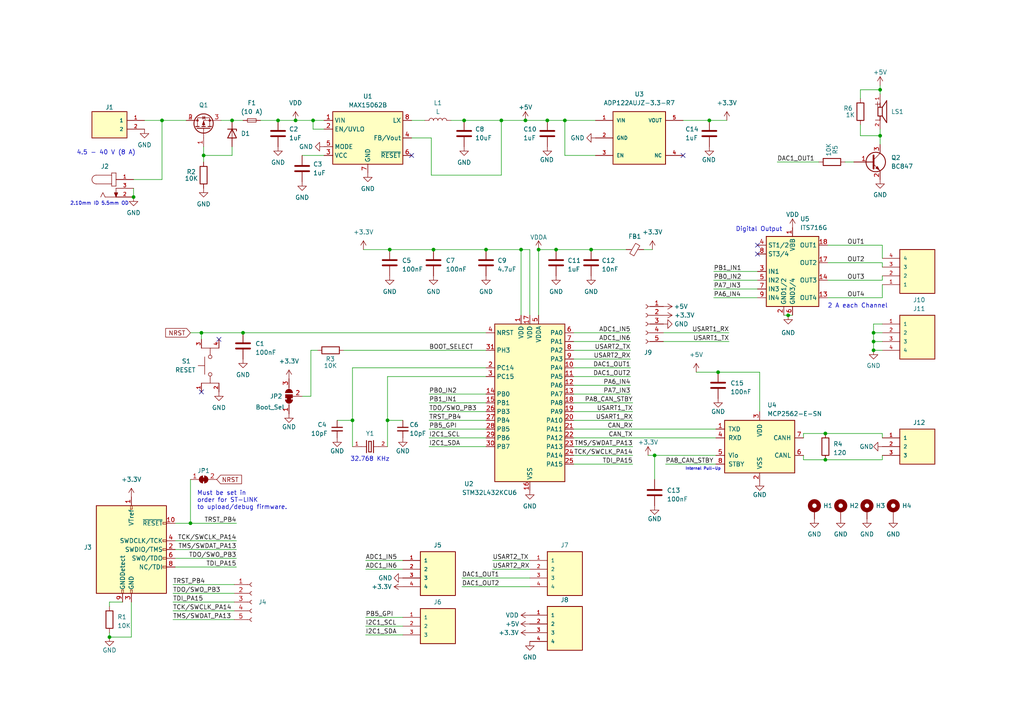
<source format=kicad_sch>
(kicad_sch (version 20230121) (generator eeschema)
  (paper "A4")
  (title_block (title "U-NIT") (date "2023-08-27") (rev "1.0") (company "Harvey Bates"))
  (junction (at 189.865 132.08))
  (junction (at 161.29 72.39))
  (junction (at 80.645 34.925))
  (junction (at 253.365 101.6))
  (junction (at 158.75 34.925))
  (junction (at 253.365 96.52))
  (junction (at 208.28 107.95))
  (junction (at 58.42 96.52))
  (junction (at 38.735 57.15))
  (junction (at 152.4 34.925))
  (junction (at 70.485 96.52))
  (junction (at 239.395 133.35))
  (junction (at 163.83 34.925))
  (junction (at 31.75 184.785))
  (junction (at 125.73 72.39))
  (junction (at 90.805 34.925))
  (junction (at 171.45 72.39))
  (junction (at 46.99 34.925))
  (junction (at 113.03 72.39))
  (junction (at 67.31 34.925))
  (junction (at 112.395 121.92))
  (junction (at 59.055 45.085))
  (junction (at 255.27 26.035))
  (junction (at 239.395 125.73))
  (junction (at 134.62 34.925))
  (junction (at 102.235 121.92))
  (junction (at 156.21 72.39))
  (junction (at 85.725 34.925))
  (junction (at 151.13 72.39))
  (junction (at 145.415 34.925))
  (junction (at 140.97 72.39))
  (junction (at 228.6 91.44))
  (junction (at 205.74 34.925))
  (junction (at 253.365 99.06))
  (junction (at 55.245 151.765))
  (junction (at 255.27 39.37))
  (no_connect (at 219.71 73.66))
  (no_connect (at 63.5 98.425))
  (no_connect (at 119.38 45.085))
  (no_connect (at 219.71 71.12))
  (no_connect (at 58.42 113.665))
  (no_connect (at 198.12 45.085))
  (wire (pts (xy 64.135 34.925) (xy 67.31 34.925)))
  (wire (pts (xy 161.29 72.39) (xy 171.45 72.39)))
  (wire (pts (xy 207.01 78.74) (xy 219.71 78.74)))
  (wire (pts (xy 106.045 179.07) (xy 116.84 179.07)))
  (wire (pts (xy 166.37 127) (xy 207.645 127)))
  (wire (pts (xy 239.395 125.73) (xy 255.905 125.73)))
  (wire (pts (xy 124.46 124.46) (xy 140.97 124.46)))
  (wire (pts (xy 75.565 34.925) (xy 80.645 34.925)))
  (wire (pts (xy 133.985 170.18) (xy 153.67 170.18)))
  (wire (pts (xy 207.01 83.82) (xy 219.71 83.82)))
  (wire (pts (xy 58.42 96.52) (xy 58.42 98.425)))
  (wire (pts (xy 253.365 99.06) (xy 253.365 101.6)))
  (wire (pts (xy 46.99 34.925) (xy 53.975 34.925)))
  (wire (pts (xy 119.38 40.005) (xy 125.095 40.005)))
  (wire (pts (xy 240.03 76.2) (xy 255.905 76.2)))
  (wire (pts (xy 85.725 34.925) (xy 90.805 34.925)))
  (wire (pts (xy 41.91 34.925) (xy 46.99 34.925)))
  (wire (pts (xy 134.62 34.925) (xy 145.415 34.925)))
  (wire (pts (xy 163.83 45.085) (xy 163.83 34.925)))
  (wire (pts (xy 158.75 34.925) (xy 163.83 34.925)))
  (wire (pts (xy 253.365 93.98) (xy 253.365 96.52)))
  (wire (pts (xy 205.74 34.925) (xy 210.82 34.925)))
  (wire (pts (xy 50.8 156.845) (xy 68.58 156.845)))
  (wire (pts (xy 59.055 45.085) (xy 59.055 46.99)))
  (wire (pts (xy 249.555 28.575) (xy 249.555 26.035)))
  (wire (pts (xy 166.37 134.62) (xy 183.515 134.62)))
  (wire (pts (xy 112.395 109.22) (xy 140.97 109.22)))
  (wire (pts (xy 102.235 129.54) (xy 102.235 121.92)))
  (wire (pts (xy 112.395 121.92) (xy 112.395 109.22)))
  (wire (pts (xy 125.095 50.8) (xy 145.415 50.8)))
  (wire (pts (xy 166.37 119.38) (xy 183.515 119.38)))
  (wire (pts (xy 156.21 72.39) (xy 156.21 91.44)))
  (wire (pts (xy 166.37 111.76) (xy 182.88 111.76)))
  (wire (pts (xy 50.8 151.765) (xy 55.245 151.765)))
  (wire (pts (xy 50.165 169.545) (xy 67.945 169.545)))
  (wire (pts (xy 166.37 116.84) (xy 183.515 116.84)))
  (wire (pts (xy 31.75 183.515) (xy 31.75 184.785)))
  (wire (pts (xy 233.045 132.08) (xy 233.045 133.35)))
  (wire (pts (xy 233.045 125.73) (xy 239.395 125.73)))
  (wire (pts (xy 189.865 132.08) (xy 207.645 132.08)))
  (wire (pts (xy 166.37 132.08) (xy 183.515 132.08)))
  (wire (pts (xy 233.045 133.35) (xy 239.395 133.35)))
  (wire (pts (xy 50.165 174.625) (xy 67.945 174.625)))
  (wire (pts (xy 249.555 26.035) (xy 255.27 26.035)))
  (wire (pts (xy 240.03 86.36) (xy 255.905 86.36)))
  (wire (pts (xy 166.37 124.46) (xy 207.645 124.46)))
  (wire (pts (xy 253.365 96.52) (xy 253.365 99.06)))
  (wire (pts (xy 50.165 179.705) (xy 67.945 179.705)))
  (wire (pts (xy 50.8 159.385) (xy 68.58 159.385)))
  (wire (pts (xy 198.12 34.925) (xy 205.74 34.925)))
  (wire (pts (xy 145.415 34.925) (xy 145.415 50.8)))
  (wire (pts (xy 192.405 99.06) (xy 211.455 99.06)))
  (wire (pts (xy 102.235 106.68) (xy 102.235 121.92)))
  (wire (pts (xy 119.38 34.925) (xy 123.19 34.925)))
  (wire (pts (xy 249.555 39.37) (xy 255.27 39.37)))
  (wire (pts (xy 201.93 107.95) (xy 208.28 107.95)))
  (wire (pts (xy 124.46 114.3) (xy 140.97 114.3)))
  (wire (pts (xy 227.33 91.44) (xy 228.6 91.44)))
  (wire (pts (xy 113.03 72.39) (xy 125.73 72.39)))
  (wire (pts (xy 38.735 52.07) (xy 46.99 52.07)))
  (wire (pts (xy 240.03 81.28) (xy 255.905 81.28)))
  (wire (pts (xy 255.27 26.035) (xy 255.27 27.305)))
  (wire (pts (xy 186.69 72.39) (xy 189.23 72.39)))
  (wire (pts (xy 106.045 165.1) (xy 116.84 165.1)))
  (wire (pts (xy 70.485 96.52) (xy 140.97 96.52)))
  (wire (pts (xy 106.045 162.56) (xy 116.84 162.56)))
  (wire (pts (xy 255.905 82.55) (xy 255.905 86.36)))
  (wire (pts (xy 50.8 161.925) (xy 68.58 161.925)))
  (wire (pts (xy 58.42 96.52) (xy 70.485 96.52)))
  (wire (pts (xy 31.75 174.625) (xy 31.75 175.895)))
  (wire (pts (xy 163.83 34.925) (xy 172.72 34.925)))
  (wire (pts (xy 38.1 184.785) (xy 38.1 174.625)))
  (wire (pts (xy 208.28 107.95) (xy 220.345 107.95)))
  (wire (pts (xy 255.27 24.765) (xy 255.27 26.035)))
  (wire (pts (xy 50.165 172.085) (xy 67.945 172.085)))
  (wire (pts (xy 240.03 71.12) (xy 255.905 71.12)))
  (wire (pts (xy 166.37 104.14) (xy 182.88 104.14)))
  (wire (pts (xy 255.905 71.12) (xy 255.905 74.93)))
  (wire (pts (xy 90.17 101.6) (xy 92.075 101.6)))
  (wire (pts (xy 87.63 45.085) (xy 93.98 45.085)))
  (wire (pts (xy 124.46 121.92) (xy 140.97 121.92)))
  (wire (pts (xy 249.555 36.195) (xy 249.555 39.37)))
  (wire (pts (xy 112.395 129.54) (xy 112.395 121.92)))
  (wire (pts (xy 124.46 119.38) (xy 140.97 119.38)))
  (wire (pts (xy 133.985 167.64) (xy 153.67 167.64)))
  (wire (pts (xy 255.905 125.73) (xy 255.905 127)))
  (wire (pts (xy 166.37 109.22) (xy 182.88 109.22)))
  (wire (pts (xy 193.04 134.62) (xy 207.645 134.62)))
  (wire (pts (xy 125.73 72.39) (xy 140.97 72.39)))
  (wire (pts (xy 31.75 184.785) (xy 38.1 184.785)))
  (wire (pts (xy 151.13 72.39) (xy 151.13 91.44)))
  (wire (pts (xy 50.165 177.165) (xy 67.945 177.165)))
  (wire (pts (xy 102.235 106.68) (xy 140.97 106.68)))
  (wire (pts (xy 124.46 129.54) (xy 140.97 129.54)))
  (wire (pts (xy 255.905 93.98) (xy 253.365 93.98)))
  (wire (pts (xy 255.905 77.47) (xy 255.905 76.2)))
  (wire (pts (xy 239.395 133.35) (xy 255.905 133.35)))
  (wire (pts (xy 166.37 99.06) (xy 182.88 99.06)))
  (wire (pts (xy 166.37 121.92) (xy 183.515 121.92)))
  (wire (pts (xy 166.37 129.54) (xy 183.515 129.54)))
  (wire (pts (xy 124.46 127) (xy 140.97 127)))
  (wire (pts (xy 97.79 121.92) (xy 102.235 121.92)))
  (wire (pts (xy 106.045 181.61) (xy 116.84 181.61)))
  (wire (pts (xy 35.56 174.625) (xy 31.75 174.625)))
  (wire (pts (xy 50.8 164.465) (xy 68.58 164.465)))
  (wire (pts (xy 171.45 72.39) (xy 181.61 72.39)))
  (wire (pts (xy 152.4 34.925) (xy 158.75 34.925)))
  (wire (pts (xy 245.11 46.99) (xy 247.65 46.99)))
  (wire (pts (xy 140.97 72.39) (xy 151.13 72.39)))
  (wire (pts (xy 90.805 34.925) (xy 93.98 34.925)))
  (wire (pts (xy 156.21 72.39) (xy 161.29 72.39)))
  (wire (pts (xy 172.72 45.085) (xy 163.83 45.085)))
  (wire (pts (xy 255.27 39.37) (xy 255.27 41.91)))
  (wire (pts (xy 87.63 114.935) (xy 90.17 114.935)))
  (wire (pts (xy 255.905 80.01) (xy 255.905 81.28)))
  (wire (pts (xy 207.01 81.28) (xy 219.71 81.28)))
  (wire (pts (xy 192.405 96.52) (xy 211.455 96.52)))
  (wire (pts (xy 255.905 133.35) (xy 255.905 132.08)))
  (wire (pts (xy 106.045 184.15) (xy 116.84 184.15)))
  (wire (pts (xy 166.37 114.3) (xy 182.88 114.3)))
  (wire (pts (xy 153.67 72.39) (xy 151.13 72.39)))
  (wire (pts (xy 59.055 42.545) (xy 59.055 45.085)))
  (wire (pts (xy 142.875 165.1) (xy 153.67 165.1)))
  (wire (pts (xy 125.095 40.005) (xy 125.095 50.8)))
  (wire (pts (xy 225.425 46.99) (xy 237.49 46.99)))
  (wire (pts (xy 207.01 86.36) (xy 219.71 86.36)))
  (wire (pts (xy 105.41 72.39) (xy 113.03 72.39)))
  (wire (pts (xy 93.98 37.465) (xy 90.805 37.465)))
  (wire (pts (xy 55.245 139.065) (xy 55.245 151.765)))
  (wire (pts (xy 255.27 37.465) (xy 255.27 39.37)))
  (wire (pts (xy 90.805 37.465) (xy 90.805 34.925)))
  (wire (pts (xy 55.245 96.52) (xy 58.42 96.52)))
  (wire (pts (xy 166.37 106.68) (xy 182.88 106.68)))
  (wire (pts (xy 80.645 34.925) (xy 85.725 34.925)))
  (wire (pts (xy 55.245 151.765) (xy 68.58 151.765)))
  (wire (pts (xy 130.81 34.925) (xy 134.62 34.925)))
  (wire (pts (xy 228.6 91.44) (xy 229.87 91.44)))
  (wire (pts (xy 166.37 101.6) (xy 182.88 101.6)))
  (wire (pts (xy 90.17 101.6) (xy 90.17 114.935)))
  (wire (pts (xy 38.735 54.61) (xy 38.735 57.15)))
  (wire (pts (xy 255.905 99.06) (xy 253.365 99.06)))
  (wire (pts (xy 112.395 121.92) (xy 116.84 121.92)))
  (wire (pts (xy 153.67 72.39) (xy 153.67 91.44)))
  (wire (pts (xy 187.96 132.08) (xy 189.865 132.08)))
  (wire (pts (xy 67.31 34.925) (xy 70.485 34.925)))
  (wire (pts (xy 124.46 116.84) (xy 140.97 116.84)))
  (wire (pts (xy 189.865 132.08) (xy 189.865 139.065)))
  (wire (pts (xy 67.31 42.545) (xy 67.31 45.085)))
  (wire (pts (xy 46.99 52.07) (xy 46.99 34.925)))
  (wire (pts (xy 255.905 96.52) (xy 253.365 96.52)))
  (wire (pts (xy 253.365 101.6) (xy 255.905 101.6)))
  (wire (pts (xy 220.345 119.38) (xy 220.345 107.95)))
  (wire (pts (xy 233.045 127) (xy 233.045 125.73)))
  (wire (pts (xy 59.055 45.085) (xy 67.31 45.085)))
  (wire (pts (xy 145.415 34.925) (xy 152.4 34.925)))
  (wire (pts (xy 166.37 96.52) (xy 182.88 96.52)))
  (wire (pts (xy 99.695 101.6) (xy 140.97 101.6)))
  (wire (pts (xy 142.875 162.56) (xy 153.67 162.56)))
  (text "Internal Pull-Up" (at 198.755 136.525 0) (effects (font (size 0.8 0.8)) (justify left bottom)))
  (text "Digital Output" (at 213.36 67.31 0) (effects (font (size 1.27 1.27)) (justify left bottom)))
  (text "2 A each Channel" (at 240.03 89.535 0) (effects (font (size 1.27 1.27)) (justify left bottom)))
  (text "32.768 KHz" (at 113.03 133.985 0) (effects (font (size 1.27 1.27)) (justify right bottom)))
  (text "2.10mm ID 5.5mm OD" (at 20.32 59.69 0) (effects (font (size 1 1)) (justify left bottom)))
  (text "Must be set in \norder for ST-LINK \nto upload/debug firmware." (at 57.15 147.955 0) (effects (font (size 1.27 1.27)) (justify left bottom)))
  (text "4.5 - 40 V (8 A)" (at 22.225 45.085 0) (effects (font (size 1.27 1.27)) (justify left bottom)))
  (label "USART1_TX" (at 211.455 99.06 180))
  (label "TDI_PA15" (at 183.515 134.62 180))
  (label "I2C1_SCL" (at 124.46 127 0))
  (label "PB0_IN2" (at 124.46 114.3 0))
  (label "PA6_IN4" (at 182.88 111.76 180))
  (label "PA6_IN4" (at 207.01 86.36 0))
  (label "TMS{slash}SWDAT_PA13" (at 50.165 179.705 0))
  (label "USART1_RX" (at 183.515 121.92 180))
  (label "DAC1_OUT2" (at 133.985 170.18 0))
  (label "USART1_TX" (at 183.515 119.38 180))
  (label "TDO{slash}SWO_PB3" (at 50.165 172.085 0))
  (label "PA7_IN3" (at 182.88 114.3 180))
  (label "TRST_PB4" (at 50.165 169.545 0))
  (label "USART2_RX" (at 142.875 165.1 0))
  (label "I2C1_SDA" (at 124.46 129.54 0))
  (label "USART2_TX" (at 182.88 101.6 180))
  (label "TRST_PB4" (at 68.58 151.765 180))
  (label "PB1_IN1" (at 124.46 116.84 0))
  (label "TCK{slash}SWCLK_PA14" (at 183.515 132.08 180))
  (label "PB1_IN1" (at 207.01 78.74 0))
  (label "TDI_PA15" (at 50.165 174.625 0))
  (label "DAC1_OUT2" (at 182.88 109.22 180))
  (label "DAC1_OUT1" (at 182.88 106.68 180))
  (label "PA8_CAN_STBY" (at 183.515 116.84 180))
  (label "PB5_GPI" (at 124.46 124.46 0))
  (label "DAC1_OUT1" (at 225.425 46.99 0))
  (label "I2C1_SDA" (at 106.045 184.15 0))
  (label "ADC1_IN5" (at 106.045 162.56 0))
  (label "CAN_RX" (at 183.515 124.46 180))
  (label "PB0_IN2" (at 207.01 81.28 0))
  (label "USART1_RX" (at 211.455 96.52 180))
  (label "TCK{slash}SWCLK_PA14" (at 68.58 156.845 180))
  (label "TDO{slash}SWO_PB3" (at 68.58 161.925 180))
  (label "TDO{slash}SWO_PB3" (at 124.46 119.38 0))
  (label "TDI_PA15" (at 68.58 164.465 180))
  (label "PB5_GPI" (at 106.045 179.07 0))
  (label "OUT3" (at 245.745 81.28 0))
  (label "OUT2" (at 245.745 76.2 0))
  (label "CAN_TX" (at 183.515 127 180))
  (label "OUT4" (at 245.745 86.36 0))
  (label "PA8_CAN_STBY" (at 193.04 134.62 0))
  (label "TMS{slash}SWDAT_PA13" (at 183.515 129.54 180))
  (label "OUT1" (at 245.745 71.12 0))
  (label "TRST_PB4" (at 124.46 121.92 0))
  (label "BOOT_SELECT" (at 124.46 101.6 0))
  (label "ADC1_IN6" (at 182.88 99.06 180))
  (label "USART2_TX" (at 142.875 162.56 0))
  (label "TMS{slash}SWDAT_PA13" (at 68.58 159.385 180))
  (label "ADC1_IN6" (at 106.045 165.1 0))
  (label "USART2_RX" (at 182.88 104.14 180))
  (label "ADC1_IN5" (at 182.88 96.52 180))
  (label "I2C1_SCL" (at 106.045 181.61 0))
  (label "TCK{slash}SWCLK_PA14" (at 50.165 177.165 0))
  (label "DAC1_OUT1" (at 133.985 167.64 0))
  (label "PA7_IN3" (at 207.01 83.82 0))
  (global_label "NRST" (shape input) (at 62.865 139.065 0) (property "Intersheetrefs" "${INTERSHEET_REFS}" (effects hide)))
  (global_label "NRST" (shape input) (at 55.245 96.52 180) (property "Intersheetrefs" "${INTERSHEET_REFS}" (effects hide)))
  (symbol (lib_id "power:GND") (at 116.84 167.64 270) (unit 1)
    (property "Reference" "#PWR019" (effects hide))
    (property "Value" "GND" (at 111.76 167.64 90))
  )
  (symbol (lib_id "Jumper:SolderJumper_3_Bridged12") (at 83.82 114.935 90) (unit 1)
    (property "Reference" "JP2" (at 81.915 114.935 90) (effects (justify left)))
    (property "Value" "Boot_Sel" (at 82.55 118.11 90) (effects (justify left)))
    (property "Footprint" "Jumper:SolderJumper-3_P1.3mm_Bridged12_Pad1.0x1.5mm_NumberLabels" (effects hide))
  )
  (symbol (lib_id "Device:C") (at 87.63 48.895 0) (unit 1)
    (property "Reference" "C3" (at 90.805 47.625 0) (effects (justify left)))
    (property "Value" "1uF" (at 90.805 50.165 0) (effects (justify left)))
    (property "Footprint" "Capacitor_SMD:C_0805_2012Metric" (effects hide))
  )
  (symbol (lib_id "power:+3.3V") (at 189.23 72.39 0) (unit 1)
    (property "Reference" "#PWR036" (effects hide))
    (property "Value" "+3.3V" (at 189.23 67.31 0))
  )
  (symbol (lib_id "Device:Fuse_Small") (at 73.025 34.925 180) (unit 1)
    (property "Reference" "F1" (at 73.025 29.845 0))
    (property "Value" "(10 A)" (at 73.025 32.385 0))
    (property "Footprint" "fuses:0154010.DRL" (effects hide))
    (property "Part" "0154010.DRL" (effects hide))
  )
  (symbol (lib_id "Device:R") (at 241.3 46.99 90) (unit 1)
    (property "Reference" "R5" (at 242.2525 44.7675 0) (effects (justify left)))
    (property "Value" "10K" (at 240.3475 45.4025 0) (effects (justify left)))
    (property "Footprint" "Resistor_SMD:R_0805_2012Metric" (effects hide))
  )
  (symbol (lib_id "connectors:TBP02R2-381-03BE") (at 127 181.61 0) (unit 1)
    (property "Reference" "J6" (at 125.73 174.625 0) (effects (justify left)))
    (property "Value" "TBP02R2-381-03BE" (effects hide))
    (property "Footprint" "connectors:TBP02R2-381-03BE" (effects hide))
    (property "MF" "CUI Devices" (effects hide))
    (property "Description" "2~24 Poles, Pluggable, Receptacle, Vertical, 3.81 Pitch, Terminal Block Connector" (effects hide))
    (property "Package" "None" (effects hide))
    (property "Price" "None" (effects hide))
    (property "Check_prices" "https://www.snapeda.com/parts/TBP02R2-381-03BE/CUI+Devices/view-part/?ref=eda" (effects hide))
    (property "STANDARD" "Manufacturer Recommendations" (effects hide))
    (property "SnapEDA_Link" "https://www.snapeda.com/parts/TBP02R2-381-03BE/CUI+Devices/view-part/?ref=snap" (effects hide))
    (property "MP" "TBP02R2-381-03BE" (effects hide))
    (property "Purchase-URL" "https://pricing.snapeda.com/search?q=TBP02R2-381-03BE&ref=eda" (effects hide))
    (property "CUI_purchase_URL" "https://www.cuidevices.com/product/interconnect/connectors/terminal-blocks/tbp02r2-381-series?utm_source=snapeda.com&utm_medium=referral&utm_campaign=snapedaBOM" (effects hide))
    (property "Availability" "In Stock" (effects hide))
    (property "MANUFACTURER" "CUI" (effects hide))
  )
  (symbol (lib_id "Regulator_Switching:MAX15062B") (at 106.68 40.005 0) (unit 1)
    (property "Reference" "U1" (at 106.68 27.94 0))
    (property "Value" "MAX15062B" (at 106.68 30.48 0))
    (property "Footprint" "Package_DFN_QFN:DFN-8_2x2mm_P0.5mm" (effects hide))
    (property "Datasheet" "http://datasheets.maximintegrated.com/en/ds/MAX15062.pdf" (effects hide))
  )
  (symbol (lib_id "Mechanical:MountingHole_Pad") (at 259.08 147.955 0) (unit 1)
    (property "Reference" "H4" (at 261.62 146.685 0) (effects (justify left)))
    (property "Value" "MountingHole_Pad" (effects hide))
    (property "Footprint" "MountingHole:MountingHole_3.2mm_M3_Pad_TopBottom" (effects hide))
  )
  (symbol (lib_id "power:GND") (at 70.485 104.14 0) (unit 1)
    (property "Reference" "#PWR07" (effects hide))
    (property "Value" "GND" (at 70.485 108.712 0))
  )
  (symbol (lib_id "power:GND") (at 63.5 113.665 0) (unit 1)
    (property "Reference" "#PWR06" (effects hide))
    (property "Value" "GND" (at 63.5 118.237 0))
  )
  (symbol (lib_id "power:GND") (at 31.75 184.785 0) (unit 1)
    (property "Reference" "#PWR01" (effects hide))
    (property "Value" "GND" (at 31.75 188.595 0))
  )
  (symbol (lib_id "power:GND") (at 171.45 80.01 0) (unit 1)
    (property "Reference" "#PWR033" (effects hide))
    (property "Value" "GND" (at 171.45 84.582 0))
  )
  (symbol (lib_id "Device:C") (at 208.28 111.76 0) (unit 1)
    (property "Reference" "C15" (at 211.836 111.125 0) (effects (justify left)))
    (property "Value" "100nF" (at 211.836 113.665 0) (effects (justify left)))
    (property "Footprint" "Capacitor_SMD:C_0805_2012Metric" (effects hide))
  )
  (symbol (lib_id "power:GND") (at 208.28 115.57 0) (unit 1)
    (property "Reference" "#PWR043" (effects hide))
    (property "Value" "GND" (at 208.28 119.38 0))
  )
  (symbol (lib_id "power:GND") (at 243.84 150.495 0) (unit 1)
    (property "Reference" "#PWR049" (effects hide))
    (property "Value" "GND" (at 243.84 154.94 0))
  )
  (symbol (lib_id "connectors:TBP02R2-381-04BE") (at 163.83 183.515 0) (unit 1)
    (property "Reference" "J8" (at 162.56 173.99 0) (effects (justify left)))
    (property "Value" "TBP02R2-381-04BE" (effects hide))
    (property "Footprint" "connectors:TBP02R2-381-04BE" (effects hide))
    (property "MF" "CUI Devices" (effects hide))
    (property "Description" "2~24 Poles, Pluggable, Receptacle, Vertical, 3.81 Pitch, Terminal Block Connector" (effects hide))
    (property "Package" "None" (effects hide))
    (property "Price" "None" (effects hide))
    (property "Check_prices" "https://www.snapeda.com/parts/TBP02R2-381-04BE/CUI+Devices/view-part/?ref=eda" (effects hide))
    (property "STANDARD" "Manufacturer Recommendations" (effects hide))
    (property "SnapEDA_Link" "https://www.snapeda.com/parts/TBP02R2-381-04BE/CUI+Devices/view-part/?ref=snap" (effects hide))
    (property "MP" "TBP02R2-381-04BE" (effects hide))
    (property "Purchase-URL" "https://pricing.snapeda.com/search?q=TBP02R2-381-04BE&ref=eda" (effects hide))
    (property "CUI_purchase_URL" "https://www.cuidevices.com/product/interconnect/connectors/terminal-blocks/tbp02r2-381-series?utm_source=snapeda.com&utm_medium=referral&utm_campaign=snapedaBOM" (effects hide))
    (property "Availability" "In Stock" (effects hide))
    (property "MANUFACTURER" "CUI" (effects hide))
  )
  (symbol (lib_id "power:+3.3V") (at 83.82 109.855 0) (unit 1)
    (property "Reference" "#PWR09" (effects hide))
    (property "Value" "+3.3V" (at 83.82 104.775 0))
  )
  (symbol (lib_id "power:GND") (at 255.905 129.54 270) (unit 1)
    (property "Reference" "#PWR054" (effects hide))
    (property "Value" "GND" (at 253.365 129.54 90) (effects (justify right)))
  )
  (symbol (lib_id "power:GND") (at 220.345 139.7 0) (unit 1)
    (property "Reference" "#PWR045" (effects hide))
    (property "Value" "GND" (at 220.345 143.51 0))
  )
  (symbol (lib_id "power:GND") (at 59.055 54.61 0) (unit 1)
    (property "Reference" "#PWR05" (effects hide))
    (property "Value" "GND" (at 59.055 59.182 0))
  )
  (symbol (lib_id "Device:C") (at 205.74 38.735 0) (unit 1)
    (property "Reference" "C14" (at 198.755 37.465 0) (effects (justify left)))
    (property "Value" "1uF" (at 198.755 40.005 0) (effects (justify left)))
    (property "Footprint" "Capacitor_SMD:C_0805_2012Metric" (effects hide))
  )
  (symbol (lib_id "power:GND") (at 153.67 186.055 0) (unit 1)
    (property "Reference" "#PWR029" (effects hide))
    (property "Value" "GND" (at 153.67 190.627 0))
  )
  (symbol (lib_id "Mechanical:MountingHole_Pad") (at 236.22 147.955 0) (unit 1)
    (property "Reference" "H1" (at 238.76 146.685 0) (effects (justify left)))
    (property "Value" "MountingHole_Pad" (effects hide))
    (property "Footprint" "MountingHole:MountingHole_3.2mm_M3_Pad_TopBottom" (effects hide))
  )
  (symbol (lib_id "crystals:ECS-.327-12.5-34R-C-TR") (at 107.315 129.54 0) (unit 1)
    (property "Reference" "Y1" (at 108.585 125.73 0) (effects (justify right)))
    (property "Value" "ECS-.327-12.5-34R-C-TR" (effects hide))
    (property "Footprint" "crystals:ECS-.327-12.5-34R-C-TR" (effects hide))
    (property "MF" "ECS Inc." (effects hide))
    (property "Description" "\n32.768 kHz ±10ppm Crystal 12.5pF 50 kOhms 2-SMD, No Lead\n" (effects hide))
    (property "Package" "SMD-2 ECS International" (effects hide))
    (property "Price" "None" (effects hide))
    (property "Check_prices" "https://www.snapeda.com/parts/ECS-.327-12.5-34R-C-TR/ECS+Inc./view-part/?ref=eda" (effects hide))
    (property "STANDARD" "Manufacturer Recommendation" (effects hide))
    (property "PARTREV" "2016" (effects hide))
    (property "SnapEDA_Link" "https://www.snapeda.com/parts/ECS-.327-12.5-34R-C-TR/ECS+Inc./view-part/?ref=snap" (effects hide))
    (property "MP" "ECS-.327-12.5-34R-C-TR" (effects hide))
    (property "Purchase-URL" "https://pricing.snapeda.com/search?q=ECS-.327-12.5-34R-C-TR&ref=eda" (effects hide))
    (property "Availability" "In Stock" (effects hide))
    (property "MANUFACTURER" "ECS Inc." (effects hide))
  )
  (symbol (lib_id "Mechanical:MountingHole_Pad") (at 243.84 147.955 0) (unit 1)
    (property "Reference" "H2" (at 246.38 146.685 0) (effects (justify left)))
    (property "Value" "MountingHole_Pad" (effects hide))
    (property "Footprint" "MountingHole:MountingHole_3.2mm_M3_Pad_TopBottom" (effects hide))
  )
  (symbol (lib_id "connectors:TBP02R2-381-04BE") (at 266.065 99.06 0) (unit 1)
    (property "Reference" "J11" (at 264.795 89.535 0) (effects (justify left)))
    (property "Value" "TBP02R2-381-04BE" (effects hide))
    (property "Footprint" "connectors:TBP02R2-381-04BE" (effects hide))
    (property "MF" "CUI Devices" (effects hide))
    (property "Description" "2~24 Poles, Pluggable, Receptacle, Vertical, 3.81 Pitch, Terminal Block Connector" (effects hide))
    (property "Package" "None" (effects hide))
    (property "Price" "None" (effects hide))
    (property "Check_prices" "https://www.snapeda.com/parts/TBP02R2-381-04BE/CUI+Devices/view-part/?ref=eda" (effects hide))
    (property "STANDARD" "Manufacturer Recommendations" (effects hide))
    (property "SnapEDA_Link" "https://www.snapeda.com/parts/TBP02R2-381-04BE/CUI+Devices/view-part/?ref=snap" (effects hide))
    (property "MP" "TBP02R2-381-04BE" (effects hide))
    (property "Purchase-URL" "https://pricing.snapeda.com/search?q=TBP02R2-381-04BE&ref=eda" (effects hide))
    (property "CUI_purchase_URL" "https://www.cuidevices.com/product/interconnect/connectors/terminal-blocks/tbp02r2-381-series?utm_source=snapeda.com&utm_medium=referral&utm_campaign=snapedaBOM" (effects hide))
    (property "Availability" "In Stock" (effects hide))
    (property "MANUFACTURER" "CUI" (effects hide))
  )
  (symbol (lib_id "power:+3.3V") (at 105.41 72.39 0) (unit 1)
    (property "Reference" "#PWR015" (effects hide))
    (property "Value" "+3.3V" (at 105.41 67.31 0))
  )
  (symbol (lib_id "power:GND") (at 106.68 50.165 0) (unit 1)
    (property "Reference" "#PWR016" (effects hide))
    (property "Value" "GND" (at 106.68 54.737 0))
  )
  (symbol (lib_id "Device:C") (at 158.75 38.735 0) (unit 1)
    (property "Reference" "C10" (at 151.765 37.465 0) (effects (justify left)))
    (property "Value" "1uF" (at 151.765 40.005 0) (effects (justify left)))
    (property "Footprint" "Capacitor_SMD:C_0805_2012Metric" (effects hide))
  )
  (symbol (lib_id "power:GND") (at 93.98 42.545 270) (unit 1)
    (property "Reference" "#PWR013" (effects hide))
    (property "Value" "GND" (at 90.805 42.545 90) (effects (justify right)))
  )
  (symbol (lib_id "MCU_ST_STM32L4:STM32L432KCUx") (at 153.67 116.84 0) (unit 1)
    (property "Reference" "U2" (at 134.62 140.335 0) (effects (justify left)))
    (property "Value" "STM32L432KCU6" (at 133.985 142.875 0) (effects (justify left)))
    (property "Footprint" "Package_DFN_QFN:QFN-32-1EP_5x5mm_P0.5mm_EP3.45x3.45mm" (effects hide))
    (property "Datasheet" "https://www.st.com/resource/en/datasheet/stm32l432kc.pdf" (effects hide))
  )
  (symbol (lib_id "Device:C") (at 125.73 76.2 0) (unit 1)
    (property "Reference" "C7" (at 129.286 75.565 0) (effects (justify left)))
    (property "Value" "100nF" (at 129.286 78.105 0) (effects (justify left)))
    (property "Footprint" "Capacitor_SMD:C_0805_2012Metric" (effects hide))
  )
  (symbol (lib_id "power:GND") (at 87.63 52.705 0) (unit 1)
    (property "Reference" "#PWR012" (effects hide))
    (property "Value" "GND" (at 87.63 57.277 0))
  )
  (symbol (lib_id "power:GND") (at 97.79 127 0) (unit 1)
    (property "Reference" "#PWR014" (effects hide))
    (property "Value" "GND" (at 97.79 130.81 0))
  )
  (symbol (lib_id "power:GND") (at 125.73 80.01 0) (unit 1)
    (property "Reference" "#PWR021" (effects hide))
    (property "Value" "GND" (at 125.73 84.582 0))
  )
  (symbol (lib_id "power:GND") (at 192.405 93.98 90) (unit 1)
    (property "Reference" "#PWR040" (effects hide))
    (property "Value" "GND" (at 195.58 93.98 90) (effects (justify right)))
  )
  (symbol (lib_id "connectors:PJ-002A") (at 33.655 54.61 0) (unit 1)
    (property "Reference" "J2" (at 30.4192 48.26 0))
    (property "Value" "PJ-002A" (effects hide))
    (property "Footprint" "connectors:PJ-002A" (effects hide))
    (property "MF" "CUI Devices" (effects hide))
    (property "Description" "2.0 x 6.5 mm, 2.5 A, Horizontal, Through Hole, Dc Power Jack Connector" (effects hide))
    (property "Package" "None" (effects hide))
    (property "Price" "None" (effects hide))
    (property "Check_prices" "https://www.snapeda.com/parts/PJ-002A/CUI+Devices/view-part/?ref=eda" (effects hide))
    (property "STANDARD" "Manufacturer recommendations" (effects hide))
    (property "SnapEDA_Link" "https://www.snapeda.com/parts/PJ-002A/CUI+Devices/view-part/?ref=snap" (effects hide))
    (property "MP" "PJ-002A" (effects hide))
    (property "Purchase-URL" "https://pricing.snapeda.com/search?q=PJ-002A&ref=eda" (effects hide))
    (property "CUI_purchase_URL" "https://www.cuidevices.com/product/interconnect/connectors/dc-power-connectors/jacks/pj-002a?utm_source=snapeda.com&utm_medium=referral&utm_campaign=snapedaBOM" (effects hide))
    (property "Availability" "In Stock" (effects hide))
    (property "MANUFACTURER" "CUI INC" (effects hide))
  )
  (symbol (lib_id "power:GND") (at 255.27 52.07 0) (unit 1)
    (property "Reference" "#PWR053" (effects hide))
    (property "Value" "GND" (at 255.27 56.515 0))
  )
  (symbol (lib_id "piezo:PKMCS0909E4000-R1") (at 255.27 32.385 0) (unit 1)
    (property "Reference" "LS1" (at 258.445 32.385 0) (effects (justify left)))
    (property "Value" "PKMCS0909E4000-R1" (effects hide))
    (property "Footprint" "piezo:PKMCS0909E4000-R1" (effects hide))
    (property "PARTREV" "May 22, 2020" (effects hide))
    (property "MANUFACTURER" "Murata Electronics" (effects hide))
    (property "MAXIMUM_PACKAGE_HEIGHT" "1.9 mm" (effects hide))
    (property "STANDARD" "Manufacturer Recommendations" (effects hide))
  )
  (symbol (lib_id "power:GND") (at 228.6 91.44 0) (unit 1)
    (property "Reference" "#PWR046" (effects hide))
    (property "Value" "GND" (at 228.6 96.52 0))
  )
  (symbol (lib_id "power:VDDA") (at 156.21 72.39 0) (unit 1)
    (property "Reference" "#PWR030" (effects hide))
    (property "Value" "VDDA" (at 156.21 68.834 0))
  )
  (symbol (lib_id "Connector:Conn_01x05_Socket") (at 187.325 93.98 0) (mirror y) (unit 1)
    (property "Reference" "J9" (at 187.96 102.235 0))
    (property "Value" "Conn_01x05_Socket" (effects hide))
    (property "Footprint" "Connector_PinSocket_2.54mm:PinSocket_1x05_P2.54mm_Vertical" (effects hide))
  )
  (symbol (lib_id "power:GND") (at 189.865 146.685 0) (unit 1)
    (property "Reference" "#PWR037" (effects hide))
    (property "Value" "GND" (at 189.865 150.495 0))
  )
  (symbol (lib_id "power:+3.3V") (at 210.82 34.925 0) (unit 1)
    (property "Reference" "#PWR044" (effects hide))
    (property "Value" "+3.3V" (at 210.82 29.845 0))
  )
  (symbol (lib_id "power:+3.3V") (at 187.96 132.08 0) (unit 1)
    (property "Reference" "#PWR035" (effects hide))
    (property "Value" "+3.3V" (at 187.96 128.27 0))
  )
  (symbol (lib_id "mosfets:DMP6023LE") (at 55.88 40.64 90) (unit 1)
    (property "Reference" "Q1" (at 59.055 30.48 90))
    (property "Value" "DMP6023LE-13" (effects hide))
    (property "Footprint" "mosfets:DMP6023LE-13" (effects hide))
  )
  (symbol (lib_id "switch_tactile:TL3301AF160QG") (at 60.96 106.045 90) (unit 1)
    (property "Reference" "S1" (at 52.705 104.775 90) (effects (justify right)))
    (property "Value" "RESET" (at 50.8 107.315 90) (effects (justify right)))
    (property "Footprint" "switch_tactile:TL3301AF160QG" (effects hide))
    (property "DigiKey_Part_Number" "EG2526TR-ND" (effects hide))
    (property "MF" "E-Switch" (effects hide))
    (property "MAXIMUM_PACKAGE_HEIGHT" "5 mm" (effects hide))
    (property "Package" "None" (effects hide))
    (property "Check_prices" "https://www.snapeda.com/parts/TL3301AF160QG/E-Switch/view-part/?ref=eda" (effects hide))
    (property "STANDARD" "Manufacturer Recommendations" (effects hide))
    (property "PARTREV" "E" (effects hide))
    (property "SnapEDA_Link" "https://www.snapeda.com/parts/TL3301AF160QG/E-Switch/view-part/?ref=snap" (effects hide))
    (property "MP" "TL3301AF160QG" (effects hide))
    (property "Purchase-URL" "https://pricing.snapeda.com/search?q=TL3301AF160QG&ref=eda" (effects hide))
    (property "Description" "\nTactile Switch SPST-NO Top Actuated Surface Mount\n" (effects hide))
    (property "MANUFACTURER" "E-Switch" (effects hide))
    (property "SNAPEDA_PN" "TL3301PF160QG" (effects hide))
    (property "Part" "TL3301PF160QG" (effects hide))
  )
  (symbol (lib_id "power:VDD") (at 229.87 66.04 0) (unit 1)
    (property "Reference" "#PWR047" (effects hide))
    (property "Value" "VDD" (at 229.87 62.23 0))
  )
  (symbol (lib_id "power:GND") (at 158.75 42.545 0) (unit 1)
    (property "Reference" "#PWR031" (effects hide))
    (property "Value" "GND" (at 160.655 46.355 0) (effects (justify right)))
  )
  (symbol (lib_id "Device:C") (at 134.62 38.735 0) (unit 1)
    (property "Reference" "C8" (at 137.795 37.465 0) (effects (justify left)))
    (property "Value" "10uF" (at 137.795 40.005 0) (effects (justify left)))
    (property "Footprint" "Capacitor_SMD:C_0805_2012Metric" (effects hide))
  )
  (symbol (lib_id "connectors:TBP02R2-381-02BE") (at 31.75 37.465 0) (mirror y) (unit 1)
    (property "Reference" "J1" (at 31.75 31.115 0))
    (property "Value" "TBP02R2-381-02BE" (effects hide))
    (property "Footprint" "connectors:TBP02R2-381-02BE" (effects hide))
    (property "MF" "CUI Devices" (effects hide))
    (property "Description" "2~24 Poles, Pluggable, Receptacle, Vertical, 3.81 Pitch, Terminal Block Connector" (effects hide))
    (property "Package" "None" (effects hide))
    (property "Price" "None" (effects hide))
    (property "Check_prices" "https://www.snapeda.com/parts/TBP02R2-381-02BE/CUI+Devices/view-part/?ref=eda" (effects hide))
    (property "STANDARD" "Manufacturer Recommendations" (effects hide))
    (property "SnapEDA_Link" "https://www.snapeda.com/parts/TBP02R2-381-02BE/CUI+Devices/view-part/?ref=snap" (effects hide))
    (property "MP" "TBP02R2-381-02BE" (effects hide))
    (property "Purchase-URL" "https://pricing.snapeda.com/search?q=TBP02R2-381-02BE&ref=eda" (effects hide))
    (property "CUI_purchase_URL" "https://www.cuidevices.com/product/interconnect/connectors/terminal-blocks/tbp02r2-381-series?utm_source=snapeda.com&utm_medium=referral&utm_campaign=snapedaBOM" (effects hide))
    (property "Availability" "In Stock" (effects hide))
    (property "MANUFACTURER" "CUI" (effects hide))
  )
  (symbol (lib_id "Device:C") (at 171.45 76.2 0) (unit 1)
    (property "Reference" "C12" (at 174.498 75.565 0) (effects (justify left)))
    (property "Value" "10nF" (at 174.498 78.105 0) (effects (justify left)))
    (property "Footprint" "Capacitor_SMD:C_0805_2012Metric" (effects hide))
  )
  (symbol (lib_id "power:+3.3V") (at 192.405 91.44 270) (unit 1)
    (property "Reference" "#PWR039" (effects hide))
    (property "Value" "+3.3V" (at 195.58 91.44 90) (effects (justify left)))
  )
  (symbol (lib_id "power:VDD") (at 153.67 178.435 90) (unit 1)
    (property "Reference" "#PWR026" (effects hide))
    (property "Value" "VDD" (at 150.495 178.435 90) (effects (justify left)))
  )
  (symbol (lib_id "power:GND") (at 153.67 142.24 0) (unit 1)
    (property "Reference" "#PWR025" (effects hide))
    (property "Value" "GND" (at 153.67 146.812 0))
  )
  (symbol (lib_id "connectors:TBP02R2-381-04BE") (at 266.065 77.47 0) (mirror x) (unit 1)
    (property "Reference" "J10" (at 264.795 86.995 0) (effects (justify left)))
    (property "Value" "TBP02R2-381-04BE" (effects hide))
    (property "Footprint" "connectors:TBP02R2-381-04BE" (effects hide))
    (property "MF" "CUI Devices" (effects hide))
    (property "Description" "2~24 Poles, Pluggable, Receptacle, Vertical, 3.81 Pitch, Terminal Block Connector" (effects hide))
    (property "Package" "None" (effects hide))
    (property "Price" "None" (effects hide))
    (property "Check_prices" "https://www.snapeda.com/parts/TBP02R2-381-04BE/CUI+Devices/view-part/?ref=eda" (effects hide))
    (property "STANDARD" "Manufacturer Recommendations" (effects hide))
    (property "SnapEDA_Link" "https://www.snapeda.com/parts/TBP02R2-381-04BE/CUI+Devices/view-part/?ref=snap" (effects hide))
    (property "MP" "TBP02R2-381-04BE" (effects hide))
    (property "Purchase-URL" "https://pricing.snapeda.com/search?q=TBP02R2-381-04BE&ref=eda" (effects hide))
    (property "CUI_purchase_URL" "https://www.cuidevices.com/product/interconnect/connectors/terminal-blocks/tbp02r2-381-series?utm_source=snapeda.com&utm_medium=referral&utm_campaign=snapedaBOM" (effects hide))
    (property "Availability" "In Stock" (effects hide))
    (property "MANUFACTURER" "CUI" (effects hide))
  )
  (symbol (lib_id "Driver_FET:ITS716G") (at 229.87 78.74 0) (unit 1)
    (property "Reference" "U5" (at 232.0641 63.5 0) (effects (justify left)))
    (property "Value" "ITS716G" (at 232.0641 66.04 0) (effects (justify left)))
    (property "Footprint" "Package_SO:SOIC-20W_7.5x12.8mm_P1.27mm" (effects hide))
    (property "Datasheet" "https://www.infineon.com/dgdl/Infineon-ITS716G-DS-v01_01-en.pdf?fileId=db3a304412b407950112b428c2cf3e6d" (effects hide))
  )
  (symbol (lib_id "power:GND") (at 38.735 57.15 0) (unit 1)
    (property "Reference" "#PWR03" (effects hide))
    (property "Value" "GND" (at 38.735 61.722 0))
  )
  (symbol (lib_id "power:+5V") (at 201.93 107.95 0) (unit 1)
    (property "Reference" "#PWR041" (effects hide))
    (property "Value" "+5V" (at 201.93 102.87 0))
  )
  (symbol (lib_id "Device:D_Zener") (at 67.31 38.735 270) (unit 1)
    (property "Reference" "D1" (at 69.85 38.735 90) (effects (justify left)))
    (property "Value" "D_Zener" (effects hide))
    (property "Footprint" "diodes:MMSZ4700T1G" (effects hide))
  )
  (symbol (lib_id "power:+3.3V") (at 116.84 170.18 90) (unit 1)
    (property "Reference" "#PWR020" (effects hide))
    (property "Value" "+3.3V" (at 113.665 170.18 90) (effects (justify left)))
  )
  (symbol (lib_id "power:GND") (at 113.03 80.01 0) (unit 1)
    (property "Reference" "#PWR017" (effects hide))
    (property "Value" "GND" (at 113.03 84.582 0))
  )
  (symbol (lib_id "Device:C_Small") (at 116.84 124.46 0) (unit 1)
    (property "Reference" "C6" (at 118.745 123.19 0) (effects (justify left)))
    (property "Value" "10pF" (at 118.745 125.73 0) (effects (justify left)))
    (property "Footprint" "Capacitor_SMD:C_0805_2012Metric" (effects hide))
  )
  (symbol (lib_id "power:+5V") (at 192.405 88.9 270) (unit 1)
    (property "Reference" "#PWR038" (effects hide))
    (property "Value" "+5V" (at 197.485 88.9 90))
  )
  (symbol (lib_id "Device:R") (at 95.885 101.6 90) (unit 1)
    (property "Reference" "R3" (at 97.155 104.14 90) (effects (justify left)))
    (property "Value" "10K" (at 97.79 106.045 90) (effects (justify left)))
    (property "Footprint" "Resistor_SMD:R_0805_2012Metric" (effects hide))
  )
  (symbol (lib_id "power:+5V") (at 152.4 34.925 0) (unit 1)
    (property "Reference" "#PWR024" (effects hide))
    (property "Value" "+5V" (at 152.4 31.115 0))
  )
  (symbol (lib_id "power:+3.3V") (at 38.1 144.145 0) (unit 1)
    (property "Reference" "#PWR02" (effects hide))
    (property "Value" "+3.3V" (at 38.1 139.065 0))
  )
  (symbol (lib_id "power:GND") (at 41.91 37.465 0) (unit 1)
    (property "Reference" "#PWR04" (effects hide))
    (property "Value" "GND" (at 41.91 42.037 0))
  )
  (symbol (lib_id "Device:C") (at 113.03 76.2 0) (unit 1)
    (property "Reference" "C5" (at 116.586 75.565 0) (effects (justify left)))
    (property "Value" "100nF" (at 116.586 78.105 0) (effects (justify left)))
    (property "Footprint" "Capacitor_SMD:C_0805_2012Metric" (effects hide))
  )
  (symbol (lib_id "Device:C") (at 80.645 38.735 0) (unit 1)
    (property "Reference" "C2" (at 83.82 37.465 0) (effects (justify left)))
    (property "Value" "1uF" (at 83.82 40.005 0) (effects (justify left)))
    (property "Footprint" "Capacitor_SMD:C_0805_2012Metric" (effects hide))
  )
  (symbol (lib_id "connectors:TBP02R2-381-03BE") (at 266.065 129.54 0) (unit 1)
    (property "Reference" "J12" (at 264.795 122.555 0) (effects (justify left)))
    (property "Value" "TBP02R2-381-03BE" (effects hide))
    (property "Footprint" "connectors:TBP02R2-381-03BE" (effects hide))
    (property "MF" "CUI Devices" (effects hide))
    (property "Description" "2~24 Poles, Pluggable, Receptacle, Vertical, 3.81 Pitch, Terminal Block Connector" (effects hide))
    (property "Package" "None" (effects hide))
    (property "Price" "None" (effects hide))
    (property "Check_prices" "https://www.snapeda.com/parts/TBP02R2-381-03BE/CUI+Devices/view-part/?ref=eda" (effects hide))
    (property "STANDARD" "Manufacturer Recommendations" (effects hide))
    (property "SnapEDA_Link" "https://www.snapeda.com/parts/TBP02R2-381-03BE/CUI+Devices/view-part/?ref=snap" (effects hide))
    (property "MP" "TBP02R2-381-03BE" (effects hide))
    (property "Purchase-URL" "https://pricing.snapeda.com/search?q=TBP02R2-381-03BE&ref=eda" (effects hide))
    (property "CUI_purchase_URL" "https://www.cuidevices.com/product/interconnect/connectors/terminal-blocks/tbp02r2-381-series?utm_source=snapeda.com&utm_medium=referral&utm_campaign=snapedaBOM" (effects hide))
    (property "Availability" "In Stock" (effects hide))
    (property "MANUFACTURER" "CUI" (effects hide))
  )
  (symbol (lib_id "power:+3.3V") (at 153.67 183.515 90) (unit 1)
    (property "Reference" "#PWR028" (effects hide))
    (property "Value" "+3.3V" (at 150.495 183.515 90) (effects (justify left)))
  )
  (symbol (lib_id "power:+5V") (at 255.27 24.765 0) (unit 1)
    (property "Reference" "#PWR052" (effects hide))
    (property "Value" "+5V" (at 255.27 20.955 0))
  )
  (symbol (lib_id "power:GND") (at 172.72 40.005 270) (unit 1)
    (property "Reference" "#PWR034" (effects hide))
    (property "Value" "GND" (at 169.545 40.005 90) (effects (justify right)))
  )
  (symbol (lib_id "connectors:TBP02R2-381-04BE") (at 127 167.64 0) (unit 1)
    (property "Reference" "J5" (at 125.73 158.115 0) (effects (justify left)))
    (property "Value" "TBP02R2-381-04BE" (effects hide))
    (property "Footprint" "connectors:TBP02R2-381-04BE" (effects hide))
    (property "MF" "CUI Devices" (effects hide))
    (property "Description" "2~24 Poles, Pluggable, Receptacle, Vertical, 3.81 Pitch, Terminal Block Connector" (effects hide))
    (property "Package" "None" (effects hide))
    (property "Price" "None" (effects hide))
    (property "Check_prices" "https://www.snapeda.com/parts/TBP02R2-381-04BE/CUI+Devices/view-part/?ref=eda" (effects hide))
    (property "STANDARD" "Manufacturer Recommendations" (effects hide))
    (property "SnapEDA_Link" "https://www.snapeda.com/parts/TBP02R2-381-04BE/CUI+Devices/view-part/?ref=snap" (effects hide))
    (property "MP" "TBP02R2-381-04BE" (effects hide))
    (property "Purchase-URL" "https://pricing.snapeda.com/search?q=TBP02R2-381-04BE&ref=eda" (effects hide))
    (property "CUI_purchase_URL" "https://www.cuidevices.com/product/interconnect/connectors/terminal-blocks/tbp02r2-381-series?utm_source=snapeda.com&utm_medium=referral&utm_campaign=snapedaBOM" (effects hide))
    (property "Availability" "In Stock" (effects hide))
    (property "MANUFACTURER" "CUI" (effects hide))
  )
  (symbol (lib_id "power:GND") (at 80.645 42.545 0) (unit 1)
    (property "Reference" "#PWR08" (effects hide))
    (property "Value" "GND" (at 80.645 47.117 0))
  )
  (symbol (lib_id "Interface_CAN_LIN:MCP2562-E-SN") (at 220.345 129.54 0) (unit 1)
    (property "Reference" "U4" (at 222.5391 117.475 0) (effects (justify left)))
    (property "Value" "MCP2562-E-SN" (at 222.5391 120.015 0) (effects (justify left)))
    (property "Footprint" "Package_SO:SOIC-8_3.9x4.9mm_P1.27mm" (effects hide))
    (property "Datasheet" "http://ww1.microchip.com/downloads/en/DeviceDoc/25167A.pdf" (effects hide))
  )
  (symbol (lib_id "power:GND") (at 161.29 80.01 0) (unit 1)
    (property "Reference" "#PWR032" (effects hide))
    (property "Value" "GND" (at 161.29 84.582 0))
  )
  (symbol (lib_id "Device:R") (at 239.395 129.54 0) (unit 1)
    (property "Reference" "R4" (at 241.681 128.778 0) (effects (justify left)))
    (property "Value" "120" (at 241.681 131.318 0) (effects (justify left)))
    (property "Footprint" "Resistor_SMD:R_0805_2012Metric" (effects hide))
  )
  (symbol (lib_id "power:GND") (at 251.46 150.495 0) (unit 1)
    (property "Reference" "#PWR050" (effects hide))
    (property "Value" "GND" (at 251.46 154.94 0))
  )
  (symbol (lib_id "Transistor_BJT:BC847") (at 252.73 46.99 0) (unit 1)
    (property "Reference" "Q2" (at 258.445 45.72 0) (effects (justify left)))
    (property "Value" "BC847" (at 258.445 48.26 0) (effects (justify left)))
    (property "Footprint" "Package_TO_SOT_SMD:SOT-23" (effects hide))
    (property "Datasheet" "http://www.infineon.com/dgdl/Infineon-BC847SERIES_BC848SERIES_BC849SERIES_BC850SERIES-DS-v01_01-en.pdf?fileId=db3a304314dca389011541d4630a1657" (effects hide))
  )
  (symbol (lib_id "connectors:TBP02R2-381-04BE") (at 163.83 167.64 0) (unit 1)
    (property "Reference" "J7" (at 162.56 158.115 0) (effects (justify left)))
    (property "Value" "TBP02R2-381-04BE" (effects hide))
    (property "Footprint" "connectors:TBP02R2-381-04BE" (effects hide))
    (property "MF" "CUI Devices" (effects hide))
    (property "Description" "2~24 Poles, Pluggable, Receptacle, Vertical, 3.81 Pitch, Terminal Block Connector" (effects hide))
    (property "Package" "None" (effects hide))
    (property "Price" "None" (effects hide))
    (property "Check_prices" "https://www.snapeda.com/parts/TBP02R2-381-04BE/CUI+Devices/view-part/?ref=eda" (effects hide))
    (property "STANDARD" "Manufacturer Recommendations" (effects hide))
    (property "SnapEDA_Link" "https://www.snapeda.com/parts/TBP02R2-381-04BE/CUI+Devices/view-part/?ref=snap" (effects hide))
    (property "MP" "TBP02R2-381-04BE" (effects hide))
    (property "Purchase-URL" "https://pricing.snapeda.com/search?q=TBP02R2-381-04BE&ref=eda" (effects hide))
    (property "CUI_purchase_URL" "https://www.cuidevices.com/product/interconnect/connectors/terminal-blocks/tbp02r2-381-series?utm_source=snapeda.com&utm_medium=referral&utm_campaign=snapedaBOM" (effects hide))
    (property "Availability" "In Stock" (effects hide))
    (property "MANUFACTURER" "CUI" (effects hide))
  )
  (symbol (lib_id "power:GND") (at 259.08 150.495 0) (unit 1)
    (property "Reference" "#PWR055" (effects hide))
    (property "Value" "GND" (at 259.08 154.94 0))
  )
  (symbol (lib_id "Device:C") (at 140.97 76.2 0) (unit 1)
    (property "Reference" "C9" (at 144.272 75.565 0) (effects (justify left)))
    (property "Value" "4.7uF" (at 144.272 78.105 0) (effects (justify left)))
    (property "Footprint" "Capacitor_SMD:C_0805_2012Metric" (effects hide))
  )
  (symbol (lib_id "power:GND") (at 236.22 150.495 0) (unit 1)
    (property "Reference" "#PWR048" (effects hide))
    (property "Value" "GND" (at 236.22 154.94 0))
  )
  (symbol (lib_id "Device:C") (at 161.29 76.2 0) (unit 1)
    (property "Reference" "C11" (at 164.592 75.565 0) (effects (justify left)))
    (property "Value" "1uF" (at 164.592 78.105 0) (effects (justify left)))
    (property "Footprint" "Capacitor_SMD:C_0805_2012Metric" (effects hide))
  )
  (symbol (lib_id "Device:R") (at 31.75 179.705 0) (unit 1)
    (property "Reference" "R1" (at 34.036 178.943 0) (effects (justify left)))
    (property "Value" "10K" (at 34.036 181.483 0) (effects (justify left)))
    (property "Footprint" "Resistor_SMD:R_0805_2012Metric" (effects hide))
  )
  (symbol (lib_id "Device:C") (at 189.865 142.875 0) (unit 1)
    (property "Reference" "C13" (at 193.421 142.24 0) (effects (justify left)))
    (property "Value" "100nF" (at 193.421 144.78 0) (effects (justify left)))
    (property "Footprint" "Capacitor_SMD:C_0805_2012Metric" (effects hide))
  )
  (symbol (lib_id "power:GND") (at 134.62 42.545 0) (unit 1)
    (property "Reference" "#PWR022" (effects hide))
    (property "Value" "GND" (at 134.62 47.117 0))
  )
  (symbol (lib_id "Device:R") (at 249.555 32.385 180) (unit 1)
    (property "Reference" "R6" (at 247.3325 31.4325 0) (effects (justify left)))
    (property "Value" "1K" (at 247.9675 33.3375 0) (effects (justify left)))
    (property "Footprint" "Resistor_SMD:R_0805_2012Metric" (effects hide))
  )
  (symbol (lib_id "ldo:ADP122AUJZ-3.3-R7") (at 182.88 42.545 0) (unit 1)
    (property "Reference" "U3" (at 185.42 27.305 0))
    (property "Value" "ADP122AUJZ-3.3-R7" (at 185.42 29.845 0))
    (property "Footprint" "ldo:ADP122AUJZ-3.3-R7" (effects hide))
    (property "MF" "Analog Devices" (effects hide))
    (property "Description" "\n5.5 V Input, 300 mA, Low Quiescent Current, CMOS Linear Regulator, Fixed Output Voltage\n" (effects hide))
    (property "Package" "TSOT-5 Analog Devices" (effects hide))
    (property "Price" "None" (effects hide))
    (property "SnapEDA_Link" "https://www.snapeda.com/parts/ADP122AUJZ-3.3-R7/Analog+Devices/view-part/?ref=snap" (effects hide))
    (property "MP" "ADP122AUJZ-3.3-R7" (effects hide))
    (property "Purchase-URL" "https://pricing.snapeda.com/search?q=ADP122AUJZ-3.3-R7&ref=eda" (effects hide))
    (property "Availability" "In Stock" (effects hide))
    (property "Check_prices" "https://www.snapeda.com/parts/ADP122AUJZ-3.3-R7/Analog+Devices/view-part/?ref=eda" (effects hide))
  )
  (symbol (lib_id "Device:L") (at 127 34.925 90) (unit 1)
    (property "Reference" "L1" (at 127 29.845 90))
    (property "Value" "L" (at 127 32.385 90))
    (property "Footprint" "inductors:VLS6045EX-470M" (effects hide))
    (property "Part" "VLS6045EX-470M" (effects hide))
  )
  (symbol (lib_id "Device:R") (at 59.055 50.8 180) (unit 1)
    (property "Reference" "R2" (at 56.8325 49.8475 0) (effects (justify left)))
    (property "Value" "10K" (at 57.4675 51.7525 0) (effects (justify left)))
    (property "Footprint" "Resistor_SMD:R_0805_2012Metric" (effects hide))
  )
  (symbol (lib_id "power:GND") (at 140.97 80.01 0) (unit 1)
    (property "Reference" "#PWR023" (effects hide))
    (property "Value" "GND" (at 140.97 84.582 0))
  )
  (symbol (lib_id "power:GND") (at 205.74 42.545 0) (unit 1)
    (property "Reference" "#PWR042" (effects hide))
    (property "Value" "GND" (at 207.645 46.355 0) (effects (justify right)))
  )
  (symbol (lib_id "Device:C_Small") (at 97.79 124.46 0) (unit 1)
    (property "Reference" "C4" (at 92.075 123.19 0) (effects (justify left)))
    (property "Value" "10pF" (at 90.17 125.73 0) (effects (justify left)))
    (property "Footprint" "Capacitor_SMD:C_0805_2012Metric" (effects hide))
  )
  (symbol (lib_id "power:+5V") (at 153.67 180.975 90) (unit 1)
    (property "Reference" "#PWR027" (effects hide))
    (property "Value" "+5V" (at 148.59 180.975 90))
  )
  (symbol (lib_id "power:VDD") (at 85.725 34.925 0) (unit 1)
    (property "Reference" "#PWR011" (effects hide))
    (property "Value" "VDD" (at 85.725 29.845 0))
  )
  (symbol (lib_id "Device:C") (at 70.485 100.33 0) (unit 1)
    (property "Reference" "C1" (at 74.041 99.695 0) (effects (justify left)))
    (property "Value" "100nF" (at 74.041 102.235 0) (effects (justify left)))
    (property "Footprint" "Capacitor_SMD:C_0805_2012Metric" (effects hide))
  )
  (symbol (lib_id "Connector:Conn_ARM_JTAG_SWD_10") (at 38.1 159.385 0) (unit 1)
    (property "Reference" "J3" (at 26.67 158.75 0) (effects (justify right)))
    (property "Value" "Conn_ARM_JTAG_SWD_10" (effects hide))
    (property "Footprint" "Connector_PinHeader_1.27mm:PinHeader_2x05_P1.27mm_Vertical" (effects hide))
    (property "Datasheet" "http://infocenter.arm.com/help/topic/com.arm.doc.ddi0314h/DDI0314H_coresight_components_trm.pdf" (effects hide))
    (property "Part" "GRPB052VWVN-RC" (effects hide))
  )
  (symbol (lib_id "power:GND") (at 253.365 101.6 0) (unit 1)
    (property "Reference" "#PWR051" (effects hide))
    (property "Value" "GND" (at 253.365 106.045 0))
  )
  (symbol (lib_id "Connector:Conn_01x05_Socket") (at 73.025 174.625 0) (unit 1)
    (property "Reference" "J4" (at 74.93 174.625 0) (effects (justify left)))
    (property "Value" "Conn_01x05_Socket" (effects hide))
    (property "Footprint" "Connector_PinSocket_2.54mm:PinSocket_1x05_P2.54mm_Vertical" (effects hide))
  )
  (symbol (lib_id "power:GND") (at 83.82 120.015 0) (unit 1)
    (property "Reference" "#PWR010" (effects hide))
    (property "Value" "GND" (at 83.82 123.825 0))
  )
  (symbol (lib_id "Device:FerriteBead_Small") (at 184.15 72.39 90) (unit 1)
    (property "Reference" "FB1" (at 184.1119 68.58 90))
    (property "Value" "~" (at 184.1119 68.58 90))
    (property "Footprint" "Resistor_SMD:R_0805_2012Metric" (effects hide))
    (property "Part" "2508051027Y1" (effects hide))
  )
  (symbol (lib_id "power:GND") (at 116.84 127 0) (unit 1)
    (property "Reference" "#PWR018" (effects hide))
    (property "Value" "GND" (at 116.84 130.81 0))
  )
  (symbol (lib_id "Jumper:SolderJumper_2_Bridged") (at 59.055 139.065 0) (unit 1)
    (property "Reference" "JP1" (at 59.055 136.525 0))
    (property "Value" "~" (at 59.055 135.89 0))
    (property "Footprint" "Jumper:SolderJumper-2_P1.3mm_Bridged_Pad1.0x1.5mm" (effects hide))
  )
  (symbol (lib_id "Mechanical:MountingHole_Pad") (at 251.46 147.955 0) (unit 1)
    (property "Reference" "H3" (at 254 146.685 0) (effects (justify left)))
    (property "Value" "MountingHole_Pad" (effects hide))
    (property "Footprint" "MountingHole:MountingHole_3.2mm_M3_Pad_TopBottom" (effects hide))
  )
)
</source>
